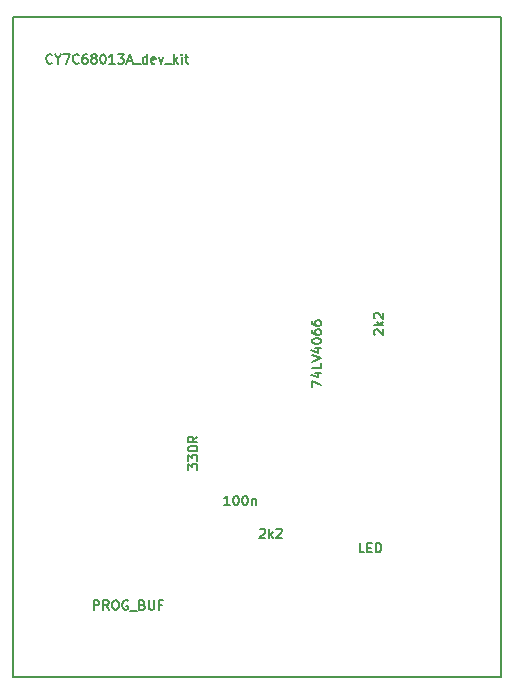
<source format=gbr>
G04 #@! TF.GenerationSoftware,KiCad,Pcbnew,(5.1.4)-1*
G04 #@! TF.CreationDate,2019-10-18T12:55:03+02:00*
G04 #@! TF.ProjectId,FV1-usbprog,4656312d-7573-4627-9072-6f672e6b6963,rev?*
G04 #@! TF.SameCoordinates,Original*
G04 #@! TF.FileFunction,Other,Fab,Top*
%FSLAX46Y46*%
G04 Gerber Fmt 4.6, Leading zero omitted, Abs format (unit mm)*
G04 Created by KiCad (PCBNEW (5.1.4)-1) date 2019-10-18 12:55:03*
%MOMM*%
%LPD*%
G04 APERTURE LIST*
%ADD10C,0.200000*%
%ADD11C,0.150000*%
%ADD12C,0.203200*%
G04 APERTURE END LIST*
D10*
X159285000Y-88295000D02*
X200560000Y-88295000D01*
X159285000Y-144175000D02*
X159285000Y-88295000D01*
X159920000Y-144175000D02*
X200560000Y-144175000D01*
X200560000Y-144175000D02*
X200560000Y-88295000D01*
X159920000Y-144175000D02*
X159285000Y-144175000D01*
D11*
X166104761Y-138461904D02*
X166104761Y-137661904D01*
X166409523Y-137661904D01*
X166485714Y-137700000D01*
X166523809Y-137738095D01*
X166561904Y-137814285D01*
X166561904Y-137928571D01*
X166523809Y-138004761D01*
X166485714Y-138042857D01*
X166409523Y-138080952D01*
X166104761Y-138080952D01*
X167361904Y-138461904D02*
X167095238Y-138080952D01*
X166904761Y-138461904D02*
X166904761Y-137661904D01*
X167209523Y-137661904D01*
X167285714Y-137700000D01*
X167323809Y-137738095D01*
X167361904Y-137814285D01*
X167361904Y-137928571D01*
X167323809Y-138004761D01*
X167285714Y-138042857D01*
X167209523Y-138080952D01*
X166904761Y-138080952D01*
X167857142Y-137661904D02*
X168009523Y-137661904D01*
X168085714Y-137700000D01*
X168161904Y-137776190D01*
X168200000Y-137928571D01*
X168200000Y-138195238D01*
X168161904Y-138347619D01*
X168085714Y-138423809D01*
X168009523Y-138461904D01*
X167857142Y-138461904D01*
X167780952Y-138423809D01*
X167704761Y-138347619D01*
X167666666Y-138195238D01*
X167666666Y-137928571D01*
X167704761Y-137776190D01*
X167780952Y-137700000D01*
X167857142Y-137661904D01*
X168961904Y-137700000D02*
X168885714Y-137661904D01*
X168771428Y-137661904D01*
X168657142Y-137700000D01*
X168580952Y-137776190D01*
X168542857Y-137852380D01*
X168504761Y-138004761D01*
X168504761Y-138119047D01*
X168542857Y-138271428D01*
X168580952Y-138347619D01*
X168657142Y-138423809D01*
X168771428Y-138461904D01*
X168847619Y-138461904D01*
X168961904Y-138423809D01*
X169000000Y-138385714D01*
X169000000Y-138119047D01*
X168847619Y-138119047D01*
X169152380Y-138538095D02*
X169761904Y-138538095D01*
X170219047Y-138042857D02*
X170333333Y-138080952D01*
X170371428Y-138119047D01*
X170409523Y-138195238D01*
X170409523Y-138309523D01*
X170371428Y-138385714D01*
X170333333Y-138423809D01*
X170257142Y-138461904D01*
X169952380Y-138461904D01*
X169952380Y-137661904D01*
X170219047Y-137661904D01*
X170295238Y-137700000D01*
X170333333Y-137738095D01*
X170371428Y-137814285D01*
X170371428Y-137890476D01*
X170333333Y-137966666D01*
X170295238Y-138004761D01*
X170219047Y-138042857D01*
X169952380Y-138042857D01*
X170752380Y-137661904D02*
X170752380Y-138309523D01*
X170790476Y-138385714D01*
X170828571Y-138423809D01*
X170904761Y-138461904D01*
X171057142Y-138461904D01*
X171133333Y-138423809D01*
X171171428Y-138385714D01*
X171209523Y-138309523D01*
X171209523Y-137661904D01*
X171857142Y-138042857D02*
X171590476Y-138042857D01*
X171590476Y-138461904D02*
X171590476Y-137661904D01*
X171971428Y-137661904D01*
X162562285Y-92136714D02*
X162524190Y-92174809D01*
X162409904Y-92212904D01*
X162333714Y-92212904D01*
X162219428Y-92174809D01*
X162143238Y-92098619D01*
X162105142Y-92022428D01*
X162067047Y-91870047D01*
X162067047Y-91755761D01*
X162105142Y-91603380D01*
X162143238Y-91527190D01*
X162219428Y-91451000D01*
X162333714Y-91412904D01*
X162409904Y-91412904D01*
X162524190Y-91451000D01*
X162562285Y-91489095D01*
X163057523Y-91831952D02*
X163057523Y-92212904D01*
X162790857Y-91412904D02*
X163057523Y-91831952D01*
X163324190Y-91412904D01*
X163514666Y-91412904D02*
X164048000Y-91412904D01*
X163705142Y-92212904D01*
X164809904Y-92136714D02*
X164771809Y-92174809D01*
X164657523Y-92212904D01*
X164581333Y-92212904D01*
X164467047Y-92174809D01*
X164390857Y-92098619D01*
X164352761Y-92022428D01*
X164314666Y-91870047D01*
X164314666Y-91755761D01*
X164352761Y-91603380D01*
X164390857Y-91527190D01*
X164467047Y-91451000D01*
X164581333Y-91412904D01*
X164657523Y-91412904D01*
X164771809Y-91451000D01*
X164809904Y-91489095D01*
X165495619Y-91412904D02*
X165343238Y-91412904D01*
X165267047Y-91451000D01*
X165228952Y-91489095D01*
X165152761Y-91603380D01*
X165114666Y-91755761D01*
X165114666Y-92060523D01*
X165152761Y-92136714D01*
X165190857Y-92174809D01*
X165267047Y-92212904D01*
X165419428Y-92212904D01*
X165495619Y-92174809D01*
X165533714Y-92136714D01*
X165571809Y-92060523D01*
X165571809Y-91870047D01*
X165533714Y-91793857D01*
X165495619Y-91755761D01*
X165419428Y-91717666D01*
X165267047Y-91717666D01*
X165190857Y-91755761D01*
X165152761Y-91793857D01*
X165114666Y-91870047D01*
X166028952Y-91755761D02*
X165952761Y-91717666D01*
X165914666Y-91679571D01*
X165876571Y-91603380D01*
X165876571Y-91565285D01*
X165914666Y-91489095D01*
X165952761Y-91451000D01*
X166028952Y-91412904D01*
X166181333Y-91412904D01*
X166257523Y-91451000D01*
X166295619Y-91489095D01*
X166333714Y-91565285D01*
X166333714Y-91603380D01*
X166295619Y-91679571D01*
X166257523Y-91717666D01*
X166181333Y-91755761D01*
X166028952Y-91755761D01*
X165952761Y-91793857D01*
X165914666Y-91831952D01*
X165876571Y-91908142D01*
X165876571Y-92060523D01*
X165914666Y-92136714D01*
X165952761Y-92174809D01*
X166028952Y-92212904D01*
X166181333Y-92212904D01*
X166257523Y-92174809D01*
X166295619Y-92136714D01*
X166333714Y-92060523D01*
X166333714Y-91908142D01*
X166295619Y-91831952D01*
X166257523Y-91793857D01*
X166181333Y-91755761D01*
X166828952Y-91412904D02*
X166905142Y-91412904D01*
X166981333Y-91451000D01*
X167019428Y-91489095D01*
X167057523Y-91565285D01*
X167095619Y-91717666D01*
X167095619Y-91908142D01*
X167057523Y-92060523D01*
X167019428Y-92136714D01*
X166981333Y-92174809D01*
X166905142Y-92212904D01*
X166828952Y-92212904D01*
X166752761Y-92174809D01*
X166714666Y-92136714D01*
X166676571Y-92060523D01*
X166638476Y-91908142D01*
X166638476Y-91717666D01*
X166676571Y-91565285D01*
X166714666Y-91489095D01*
X166752761Y-91451000D01*
X166828952Y-91412904D01*
X167857523Y-92212904D02*
X167400380Y-92212904D01*
X167628952Y-92212904D02*
X167628952Y-91412904D01*
X167552761Y-91527190D01*
X167476571Y-91603380D01*
X167400380Y-91641476D01*
X168124190Y-91412904D02*
X168619428Y-91412904D01*
X168352761Y-91717666D01*
X168467047Y-91717666D01*
X168543238Y-91755761D01*
X168581333Y-91793857D01*
X168619428Y-91870047D01*
X168619428Y-92060523D01*
X168581333Y-92136714D01*
X168543238Y-92174809D01*
X168467047Y-92212904D01*
X168238476Y-92212904D01*
X168162285Y-92174809D01*
X168124190Y-92136714D01*
X168924190Y-91984333D02*
X169305142Y-91984333D01*
X168848000Y-92212904D02*
X169114666Y-91412904D01*
X169381333Y-92212904D01*
X169457523Y-92289095D02*
X170067047Y-92289095D01*
X170600380Y-92212904D02*
X170600380Y-91412904D01*
X170600380Y-92174809D02*
X170524190Y-92212904D01*
X170371809Y-92212904D01*
X170295619Y-92174809D01*
X170257523Y-92136714D01*
X170219428Y-92060523D01*
X170219428Y-91831952D01*
X170257523Y-91755761D01*
X170295619Y-91717666D01*
X170371809Y-91679571D01*
X170524190Y-91679571D01*
X170600380Y-91717666D01*
X171286095Y-92174809D02*
X171209904Y-92212904D01*
X171057523Y-92212904D01*
X170981333Y-92174809D01*
X170943238Y-92098619D01*
X170943238Y-91793857D01*
X170981333Y-91717666D01*
X171057523Y-91679571D01*
X171209904Y-91679571D01*
X171286095Y-91717666D01*
X171324190Y-91793857D01*
X171324190Y-91870047D01*
X170943238Y-91946238D01*
X171590857Y-91679571D02*
X171781333Y-92212904D01*
X171971809Y-91679571D01*
X172086095Y-92289095D02*
X172695619Y-92289095D01*
X172886095Y-92212904D02*
X172886095Y-91412904D01*
X172962285Y-91908142D02*
X173190857Y-92212904D01*
X173190857Y-91679571D02*
X172886095Y-91984333D01*
X173533714Y-92212904D02*
X173533714Y-91679571D01*
X173533714Y-91412904D02*
X173495619Y-91451000D01*
X173533714Y-91489095D01*
X173571809Y-91451000D01*
X173533714Y-91412904D01*
X173533714Y-91489095D01*
X173800380Y-91679571D02*
X174105142Y-91679571D01*
X173914666Y-91412904D02*
X173914666Y-92098619D01*
X173952761Y-92174809D01*
X174028952Y-92212904D01*
X174105142Y-92212904D01*
X184543650Y-119584616D02*
X184543650Y-119051282D01*
X185343650Y-119394140D01*
X184810317Y-118403663D02*
X185343650Y-118403663D01*
X184505555Y-118594140D02*
X185076984Y-118784616D01*
X185076984Y-118289378D01*
X185343650Y-117603663D02*
X185343650Y-117984616D01*
X184543650Y-117984616D01*
X184543650Y-117451282D02*
X185343650Y-117184616D01*
X184543650Y-116917949D01*
X184810317Y-116308425D02*
X185343650Y-116308425D01*
X184505555Y-116498901D02*
X185076984Y-116689378D01*
X185076984Y-116194140D01*
X184543650Y-115736997D02*
X184543650Y-115660806D01*
X184581746Y-115584616D01*
X184619841Y-115546521D01*
X184696031Y-115508425D01*
X184848412Y-115470330D01*
X185038888Y-115470330D01*
X185191269Y-115508425D01*
X185267460Y-115546521D01*
X185305555Y-115584616D01*
X185343650Y-115660806D01*
X185343650Y-115736997D01*
X185305555Y-115813187D01*
X185267460Y-115851282D01*
X185191269Y-115889378D01*
X185038888Y-115927473D01*
X184848412Y-115927473D01*
X184696031Y-115889378D01*
X184619841Y-115851282D01*
X184581746Y-115813187D01*
X184543650Y-115736997D01*
X184543650Y-114784616D02*
X184543650Y-114936997D01*
X184581746Y-115013187D01*
X184619841Y-115051282D01*
X184734126Y-115127473D01*
X184886507Y-115165568D01*
X185191269Y-115165568D01*
X185267460Y-115127473D01*
X185305555Y-115089378D01*
X185343650Y-115013187D01*
X185343650Y-114860806D01*
X185305555Y-114784616D01*
X185267460Y-114746521D01*
X185191269Y-114708425D01*
X185000793Y-114708425D01*
X184924603Y-114746521D01*
X184886507Y-114784616D01*
X184848412Y-114860806D01*
X184848412Y-115013187D01*
X184886507Y-115089378D01*
X184924603Y-115127473D01*
X185000793Y-115165568D01*
X184543650Y-114022711D02*
X184543650Y-114175092D01*
X184581746Y-114251282D01*
X184619841Y-114289378D01*
X184734126Y-114365568D01*
X184886507Y-114403663D01*
X185191269Y-114403663D01*
X185267460Y-114365568D01*
X185305555Y-114327473D01*
X185343650Y-114251282D01*
X185343650Y-114098901D01*
X185305555Y-114022711D01*
X185267460Y-113984616D01*
X185191269Y-113946521D01*
X185000793Y-113946521D01*
X184924603Y-113984616D01*
X184886507Y-114022711D01*
X184848412Y-114098901D01*
X184848412Y-114251282D01*
X184886507Y-114327473D01*
X184924603Y-114365568D01*
X185000793Y-114403663D01*
X188985714Y-133611904D02*
X188604761Y-133611904D01*
X188604761Y-132811904D01*
X189252380Y-133192857D02*
X189519047Y-133192857D01*
X189633333Y-133611904D02*
X189252380Y-133611904D01*
X189252380Y-132811904D01*
X189633333Y-132811904D01*
X189976190Y-133611904D02*
X189976190Y-132811904D01*
X190166666Y-132811904D01*
X190280952Y-132850000D01*
X190357142Y-132926190D01*
X190395238Y-133002380D01*
X190433333Y-133154761D01*
X190433333Y-133269047D01*
X190395238Y-133421428D01*
X190357142Y-133497619D01*
X190280952Y-133573809D01*
X190166666Y-133611904D01*
X189976190Y-133611904D01*
X177604761Y-129611904D02*
X177147619Y-129611904D01*
X177376190Y-129611904D02*
X177376190Y-128811904D01*
X177300000Y-128926190D01*
X177223809Y-129002380D01*
X177147619Y-129040476D01*
X178100000Y-128811904D02*
X178176190Y-128811904D01*
X178252380Y-128850000D01*
X178290476Y-128888095D01*
X178328571Y-128964285D01*
X178366666Y-129116666D01*
X178366666Y-129307142D01*
X178328571Y-129459523D01*
X178290476Y-129535714D01*
X178252380Y-129573809D01*
X178176190Y-129611904D01*
X178100000Y-129611904D01*
X178023809Y-129573809D01*
X177985714Y-129535714D01*
X177947619Y-129459523D01*
X177909523Y-129307142D01*
X177909523Y-129116666D01*
X177947619Y-128964285D01*
X177985714Y-128888095D01*
X178023809Y-128850000D01*
X178100000Y-128811904D01*
X178861904Y-128811904D02*
X178938095Y-128811904D01*
X179014285Y-128850000D01*
X179052380Y-128888095D01*
X179090476Y-128964285D01*
X179128571Y-129116666D01*
X179128571Y-129307142D01*
X179090476Y-129459523D01*
X179052380Y-129535714D01*
X179014285Y-129573809D01*
X178938095Y-129611904D01*
X178861904Y-129611904D01*
X178785714Y-129573809D01*
X178747619Y-129535714D01*
X178709523Y-129459523D01*
X178671428Y-129307142D01*
X178671428Y-129116666D01*
X178709523Y-128964285D01*
X178747619Y-128888095D01*
X178785714Y-128850000D01*
X178861904Y-128811904D01*
X179471428Y-129078571D02*
X179471428Y-129611904D01*
X179471428Y-129154761D02*
X179509523Y-129116666D01*
X179585714Y-129078571D01*
X179700000Y-129078571D01*
X179776190Y-129116666D01*
X179814285Y-129192857D01*
X179814285Y-129611904D01*
D10*
X174061904Y-126618571D02*
X174061904Y-126123333D01*
X174366666Y-126390000D01*
X174366666Y-126275714D01*
X174404761Y-126199523D01*
X174442857Y-126161428D01*
X174519047Y-126123333D01*
X174709523Y-126123333D01*
X174785714Y-126161428D01*
X174823809Y-126199523D01*
X174861904Y-126275714D01*
X174861904Y-126504285D01*
X174823809Y-126580476D01*
X174785714Y-126618571D01*
X174061904Y-125856666D02*
X174061904Y-125361428D01*
X174366666Y-125628095D01*
X174366666Y-125513809D01*
X174404761Y-125437619D01*
X174442857Y-125399523D01*
X174519047Y-125361428D01*
X174709523Y-125361428D01*
X174785714Y-125399523D01*
X174823809Y-125437619D01*
X174861904Y-125513809D01*
X174861904Y-125742380D01*
X174823809Y-125818571D01*
X174785714Y-125856666D01*
X174061904Y-124866190D02*
X174061904Y-124790000D01*
X174100000Y-124713809D01*
X174138095Y-124675714D01*
X174214285Y-124637619D01*
X174366666Y-124599523D01*
X174557142Y-124599523D01*
X174709523Y-124637619D01*
X174785714Y-124675714D01*
X174823809Y-124713809D01*
X174861904Y-124790000D01*
X174861904Y-124866190D01*
X174823809Y-124942380D01*
X174785714Y-124980476D01*
X174709523Y-125018571D01*
X174557142Y-125056666D01*
X174366666Y-125056666D01*
X174214285Y-125018571D01*
X174138095Y-124980476D01*
X174100000Y-124942380D01*
X174061904Y-124866190D01*
X174861904Y-123799523D02*
X174480952Y-124066190D01*
X174861904Y-124256666D02*
X174061904Y-124256666D01*
X174061904Y-123951904D01*
X174100000Y-123875714D01*
X174138095Y-123837619D01*
X174214285Y-123799523D01*
X174328571Y-123799523D01*
X174404761Y-123837619D01*
X174442857Y-123875714D01*
X174480952Y-123951904D01*
X174480952Y-124256666D01*
D12*
D10*
X180126666Y-131663095D02*
X180164761Y-131625000D01*
X180240952Y-131586904D01*
X180431428Y-131586904D01*
X180507619Y-131625000D01*
X180545714Y-131663095D01*
X180583809Y-131739285D01*
X180583809Y-131815476D01*
X180545714Y-131929761D01*
X180088571Y-132386904D01*
X180583809Y-132386904D01*
X180926666Y-132386904D02*
X180926666Y-131586904D01*
X181002857Y-132082142D02*
X181231428Y-132386904D01*
X181231428Y-131853571D02*
X180926666Y-132158333D01*
X181536190Y-131663095D02*
X181574285Y-131625000D01*
X181650476Y-131586904D01*
X181840952Y-131586904D01*
X181917142Y-131625000D01*
X181955238Y-131663095D01*
X181993333Y-131739285D01*
X181993333Y-131815476D01*
X181955238Y-131929761D01*
X181498095Y-132386904D01*
X181993333Y-132386904D01*
D12*
D10*
X189888095Y-115183333D02*
X189850000Y-115145238D01*
X189811904Y-115069047D01*
X189811904Y-114878571D01*
X189850000Y-114802380D01*
X189888095Y-114764285D01*
X189964285Y-114726190D01*
X190040476Y-114726190D01*
X190154761Y-114764285D01*
X190611904Y-115221428D01*
X190611904Y-114726190D01*
X190611904Y-114383333D02*
X189811904Y-114383333D01*
X190307142Y-114307142D02*
X190611904Y-114078571D01*
X190078571Y-114078571D02*
X190383333Y-114383333D01*
X189888095Y-113773809D02*
X189850000Y-113735714D01*
X189811904Y-113659523D01*
X189811904Y-113469047D01*
X189850000Y-113392857D01*
X189888095Y-113354761D01*
X189964285Y-113316666D01*
X190040476Y-113316666D01*
X190154761Y-113354761D01*
X190611904Y-113811904D01*
X190611904Y-113316666D01*
D12*
M02*

</source>
